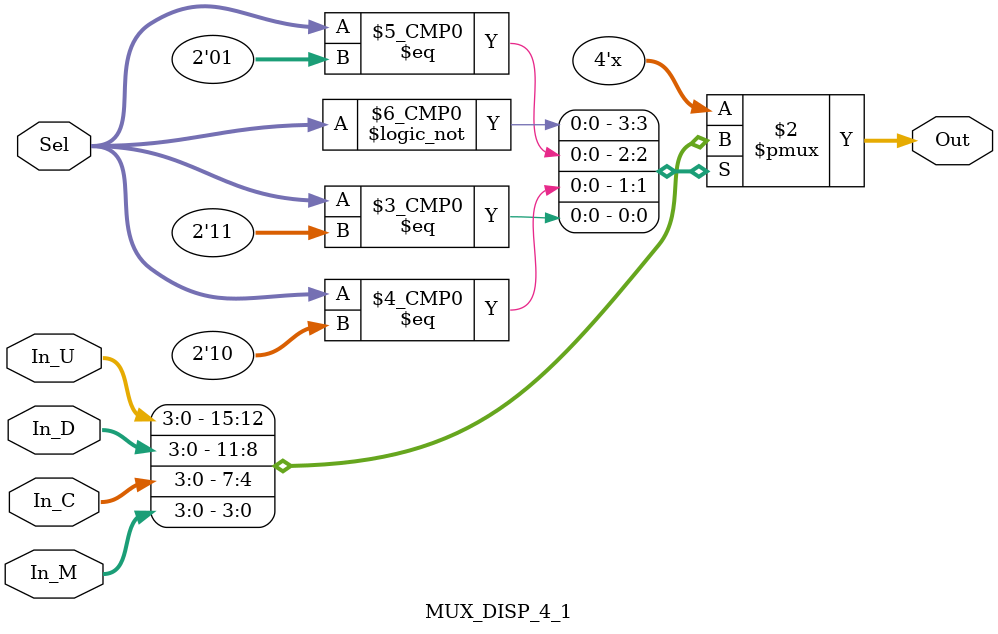
<source format=v>
`timescale 1ns / 1ps
module MUX_DISP_4_1(
    input [3:0] In_U,
    input [3:0] In_D,
    input [3:0] In_C,
    input [3:0] In_M,
    input [1:0] Sel,
    output reg [3:0] Out
    );

always @*
begin
	
	case(Sel)
		2'b00: Out <= In_U;
		2'b01: Out <= In_D;
		2'b10: Out <= In_C;
		2'b11: Out <= In_M;
	endcase
	
end

endmodule

</source>
